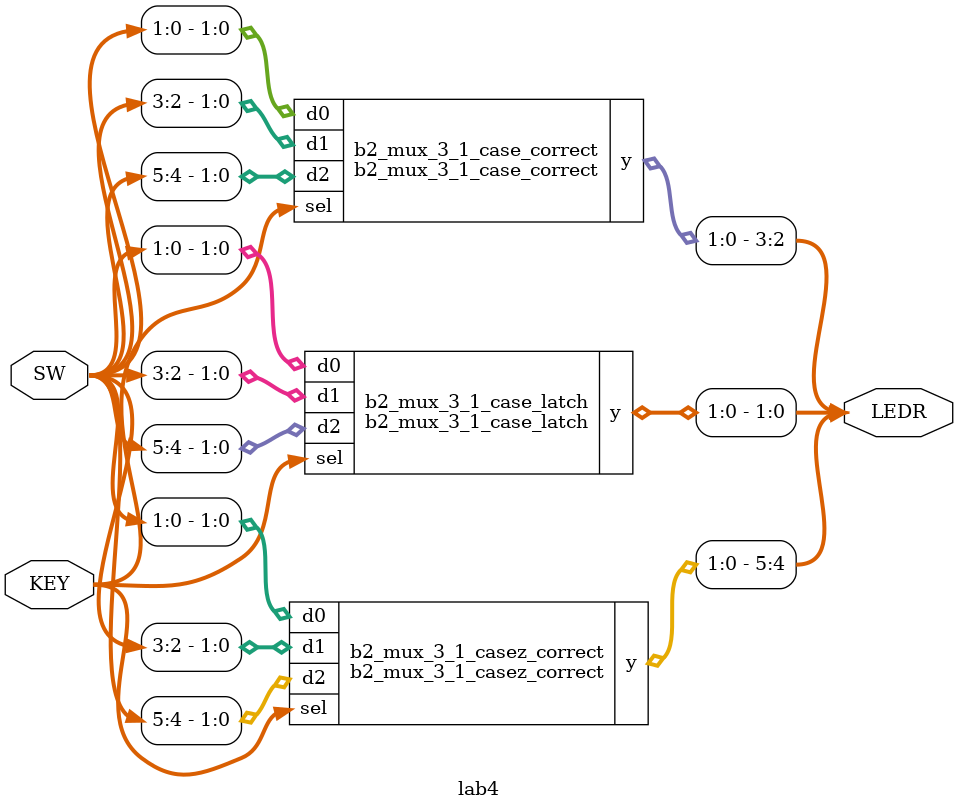
<source format=v>
module b2_mux_3_1_case_latch
(
    input      [1:0] d0, d1, d2, 
    input      [1:0] sel,
    output reg [1:0] y
);

    always @(*)
        case (sel)
        2'b00: y = d0;
        2'b01: y = d1;
        2'b10: y = d2;
        endcase

endmodule

module b2_mux_3_1_case_correct
(
    input      [1:0] d0, d1, d2, 
    input      [1:0] sel,
    output reg [1:0] y
);

    always @(*)
        case (sel)
        2'b00: y = d0;
        2'b01: y = d1;
        default: y = d2;
        endcase

endmodule

module b2_mux_3_1_casez_correct
(
    input      [1:0] d0, d1, d2, 
    input      [1:0] sel,
    output reg [1:0] y
);

    always @(*)
        case (sel)
        2'b00: y = d0;
        2'b01: y = d1;
        2'b10: y = d2;
		  default: y=2'bzz;
        endcase

endmodule

module lab4
(
    input   [ 1:0]  KEY,
    input   [ 9:0]  SW,
    output  [ 9:0]  LEDR
);

	b2_mux_3_1_case_latch b2_mux_3_1_case_latch(.d0(SW[1:0]),.d1(SW[3:2]),.d2(SW[5:4]),.sel(KEY[1:0]),.y(LEDR[1:0]));
	b2_mux_3_1_case_correct b2_mux_3_1_case_correct(.d0(SW[1:0]),.d1(SW[3:2]),.d2(SW[5:4]),.sel(KEY[1:0]),.y(LEDR[3:2]));
	b2_mux_3_1_casez_correct b2_mux_3_1_casez_correct(.d0(SW[1:0]),.d1(SW[3:2]),.d2(SW[5:4]),.sel(KEY[1:0]),.y(LEDR[5:4]));
	
endmodule

</source>
